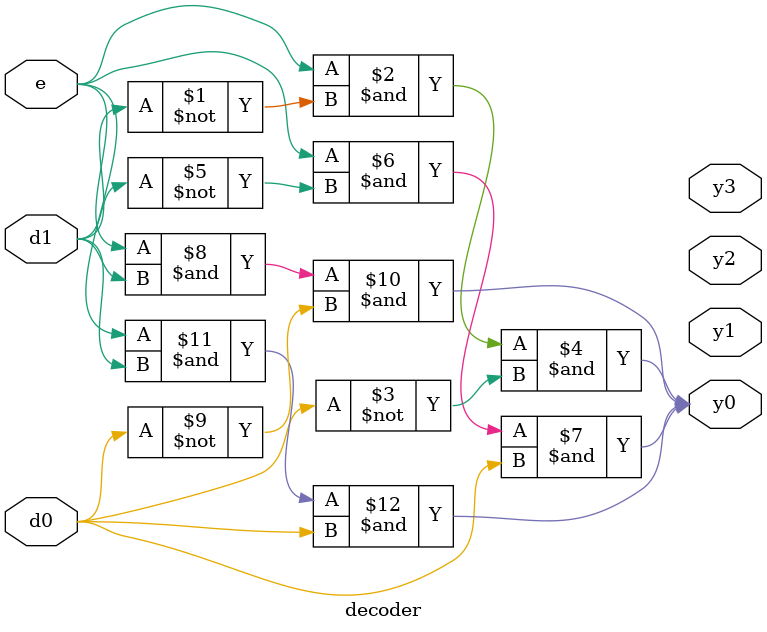
<source format=v>
`timescale 1ns / 1ps


module decoder(
    input e,
    input d0,
    input d1,
    output y0,
    output y1,
    output y2,
    output y3
    );
    assign y0=e&(~d1)&(~d0);
    assign y0=e&(~d1)&(d0);
    assign y0=e&(d1)&(~d0);
    assign y0=e&(d1)&(d0);
endmodule

</source>
